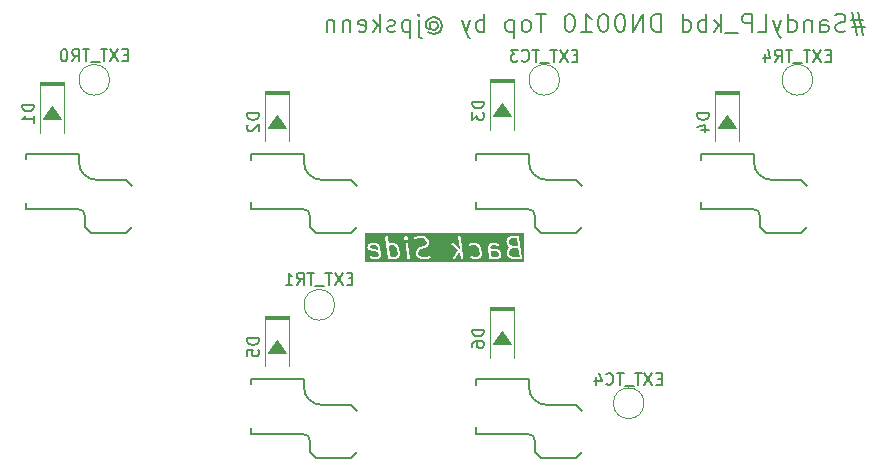
<source format=gbo>
G04 #@! TF.GenerationSoftware,KiCad,Pcbnew,8.0.5*
G04 #@! TF.CreationDate,2024-09-18T06:53:56+09:00*
G04 #@! TF.ProjectId,SandyLP_Top,53616e64-794c-4505-9f54-6f702e6b6963,v.0*
G04 #@! TF.SameCoordinates,Original*
G04 #@! TF.FileFunction,Legend,Bot*
G04 #@! TF.FilePolarity,Positive*
%FSLAX46Y46*%
G04 Gerber Fmt 4.6, Leading zero omitted, Abs format (unit mm)*
G04 Created by KiCad (PCBNEW 8.0.5) date 2024-09-18 06:53:56*
%MOMM*%
%LPD*%
G01*
G04 APERTURE LIST*
%ADD10C,0.200000*%
%ADD11C,0.150000*%
%ADD12C,0.120000*%
%ADD13C,3.000000*%
%ADD14C,5.000000*%
%ADD15C,1.600000*%
%ADD16R,2.600000X2.600000*%
%ADD17C,0.800000*%
%ADD18R,1.625000X3.600000*%
%ADD19C,3.600000*%
%ADD20C,4.400000*%
%ADD21R,1.200000X0.900000*%
%ADD22C,2.000000*%
G04 APERTURE END LIST*
D10*
G36*
X152125390Y-55364385D02*
G01*
X152205246Y-55492155D01*
X152228243Y-55676130D01*
X151556266Y-55545012D01*
X151546878Y-55469905D01*
X151589255Y-55356899D01*
X151694595Y-55300719D01*
X151990098Y-55300719D01*
X152125390Y-55364385D01*
G37*
G36*
X153681807Y-55370767D02*
G01*
X153756698Y-55437336D01*
X153844531Y-55577869D01*
X153903025Y-56045818D01*
X153853779Y-56177137D01*
X153802816Y-56235382D01*
X153680309Y-56300719D01*
X153384805Y-56300719D01*
X153272707Y-56247966D01*
X153159498Y-55342293D01*
X153237451Y-55300719D01*
X153532955Y-55300719D01*
X153681807Y-55370767D01*
G37*
G36*
X161805586Y-55805487D02*
G01*
X161824056Y-55812056D01*
X161826447Y-55812168D01*
X161828657Y-55813084D01*
X161848166Y-55815005D01*
X162254384Y-55815005D01*
X162389675Y-55878671D01*
X162469531Y-56006440D01*
X162485168Y-56131533D01*
X162442790Y-56244538D01*
X162337452Y-56300719D01*
X161956234Y-56300719D01*
X161844136Y-56247966D01*
X161787778Y-55797107D01*
X161805586Y-55805487D01*
G37*
G36*
X164220602Y-56300719D02*
G01*
X163670519Y-56300719D01*
X163521668Y-56230671D01*
X163446776Y-56164100D01*
X163358943Y-56023568D01*
X163332592Y-55812762D01*
X163381837Y-55681444D01*
X163427432Y-55629335D01*
X163632919Y-55557862D01*
X164127744Y-55557862D01*
X164220602Y-56300719D01*
G37*
G36*
X164102744Y-55357862D02*
G01*
X163638377Y-55357862D01*
X163489523Y-55287812D01*
X163414633Y-55221243D01*
X163326800Y-55080711D01*
X163311163Y-54955619D01*
X163360408Y-54824301D01*
X163411372Y-54766055D01*
X163533880Y-54700719D01*
X164020602Y-54700719D01*
X164102744Y-55357862D01*
G37*
G36*
X164633621Y-56700719D02*
G01*
X151144854Y-56700719D01*
X151144854Y-55450669D01*
X151344854Y-55450669D01*
X151345367Y-55470265D01*
X151366795Y-55641693D01*
X151371121Y-55660813D01*
X151373014Y-55664142D01*
X151373775Y-55667895D01*
X151382598Y-55680996D01*
X151390409Y-55694731D01*
X151393432Y-55697082D01*
X151395571Y-55700258D01*
X151408735Y-55708985D01*
X151421208Y-55718686D01*
X151424900Y-55719701D01*
X151428092Y-55721817D01*
X151446872Y-55727439D01*
X152254351Y-55884996D01*
X152285168Y-56131532D01*
X152242790Y-56244538D01*
X152137452Y-56300719D01*
X151841948Y-56300719D01*
X151680032Y-56224523D01*
X151661561Y-56217954D01*
X151622587Y-56216116D01*
X151585875Y-56229332D01*
X151557015Y-56255591D01*
X151540401Y-56290896D01*
X151538563Y-56329870D01*
X151551779Y-56366582D01*
X151578038Y-56395442D01*
X151594872Y-56405487D01*
X151777015Y-56491201D01*
X151795485Y-56497770D01*
X151797876Y-56497882D01*
X151800086Y-56498798D01*
X151819595Y-56500719D01*
X152162452Y-56500719D01*
X152181961Y-56498798D01*
X152186501Y-56496917D01*
X152191393Y-56496440D01*
X152209511Y-56488954D01*
X152370224Y-56403241D01*
X152379127Y-56397303D01*
X152381512Y-56396220D01*
X152382766Y-56394877D01*
X152386534Y-56392365D01*
X152396945Y-56379702D01*
X152408150Y-56367710D01*
X152410150Y-56363641D01*
X152411314Y-56362226D01*
X152412074Y-56359726D01*
X152416799Y-56350117D01*
X152481085Y-56178689D01*
X152486136Y-56159747D01*
X152485980Y-56155177D01*
X152487193Y-56150769D01*
X152486680Y-56131172D01*
X152400966Y-55445459D01*
X152396640Y-55426338D01*
X152395596Y-55424502D01*
X152395248Y-55422424D01*
X152386538Y-55404862D01*
X152279395Y-55233433D01*
X152267426Y-55217908D01*
X152260082Y-55212671D01*
X152254009Y-55205996D01*
X152237174Y-55195951D01*
X152055032Y-55110237D01*
X152036561Y-55103668D01*
X152034170Y-55103555D01*
X152031961Y-55102640D01*
X152012452Y-55100719D01*
X151669595Y-55100719D01*
X151650086Y-55102640D01*
X151645545Y-55104520D01*
X151640654Y-55104998D01*
X151622536Y-55112484D01*
X151461821Y-55198198D01*
X151452914Y-55204136D01*
X151450534Y-55205219D01*
X151449281Y-55206559D01*
X151445512Y-55209073D01*
X151435090Y-55221747D01*
X151423896Y-55233729D01*
X151421898Y-55237792D01*
X151420731Y-55239212D01*
X151419968Y-55241717D01*
X151415247Y-55251321D01*
X151350962Y-55422750D01*
X151345911Y-55441691D01*
X151346066Y-55446260D01*
X151344854Y-55450669D01*
X151144854Y-55450669D01*
X151144854Y-54593526D01*
X152866282Y-54593526D01*
X152866795Y-54613122D01*
X153091795Y-56413122D01*
X153096121Y-56432243D01*
X153115409Y-56466160D01*
X153146208Y-56490115D01*
X153183830Y-56500460D01*
X153222547Y-56495621D01*
X153256464Y-56476333D01*
X153264988Y-56465373D01*
X153319871Y-56491201D01*
X153338341Y-56497769D01*
X153340729Y-56497881D01*
X153342942Y-56498798D01*
X153362451Y-56500719D01*
X153705309Y-56500719D01*
X153724818Y-56498798D01*
X153729358Y-56496917D01*
X153734250Y-56496440D01*
X153752368Y-56488954D01*
X153913081Y-56403241D01*
X153925217Y-56395148D01*
X153926989Y-56394272D01*
X153928111Y-56393218D01*
X153929391Y-56392365D01*
X153930644Y-56390839D01*
X153941281Y-56380855D01*
X154016281Y-56295140D01*
X154024609Y-56283490D01*
X154026007Y-56281995D01*
X154026729Y-56280524D01*
X154027682Y-56279193D01*
X154028337Y-56277254D01*
X154034656Y-56264403D01*
X154098942Y-56092975D01*
X154103993Y-56074034D01*
X154103837Y-56069463D01*
X154105050Y-56065055D01*
X154104537Y-56045458D01*
X154040251Y-55531172D01*
X154035925Y-55512052D01*
X154034881Y-55510216D01*
X154034533Y-55508138D01*
X154025823Y-55490576D01*
X153918680Y-55319147D01*
X153914643Y-55313911D01*
X153913621Y-55311802D01*
X153909981Y-55307863D01*
X153906711Y-55303622D01*
X153904804Y-55302262D01*
X153900316Y-55297406D01*
X153803887Y-55211692D01*
X153798456Y-55207744D01*
X153796865Y-55205996D01*
X153792311Y-55203279D01*
X153788030Y-55200167D01*
X153785799Y-55199393D01*
X153780031Y-55195951D01*
X153774878Y-55193526D01*
X154569853Y-55193526D01*
X154570366Y-55213122D01*
X154720366Y-56413123D01*
X154724692Y-56432243D01*
X154743980Y-56466160D01*
X154774779Y-56490115D01*
X154812401Y-56500461D01*
X154851118Y-56495621D01*
X154885035Y-56476333D01*
X154908990Y-56445534D01*
X154919335Y-56407912D01*
X154918822Y-56388316D01*
X154768822Y-55188316D01*
X154764496Y-55169195D01*
X154745208Y-55135278D01*
X154714409Y-55111323D01*
X154676787Y-55100978D01*
X154638070Y-55105817D01*
X154604153Y-55125105D01*
X154580198Y-55155904D01*
X154569853Y-55193526D01*
X153774878Y-55193526D01*
X153597889Y-55110237D01*
X153579419Y-55103668D01*
X153577027Y-55103555D01*
X153574818Y-55102640D01*
X153555309Y-55100719D01*
X153212451Y-55100719D01*
X153192942Y-55102640D01*
X153188401Y-55104520D01*
X153183510Y-55104998D01*
X153165392Y-55112484D01*
X153132935Y-55129793D01*
X153075898Y-54673491D01*
X154420435Y-54673491D01*
X154421706Y-54692569D01*
X154422830Y-54711668D01*
X154423003Y-54712025D01*
X154423030Y-54712423D01*
X154431528Y-54729608D01*
X154439853Y-54746777D01*
X154440209Y-54747163D01*
X154440326Y-54747398D01*
X154440853Y-54747859D01*
X154453158Y-54761174D01*
X154549587Y-54846888D01*
X154565444Y-54858413D01*
X154565818Y-54858542D01*
X154566119Y-54858806D01*
X154568896Y-54859745D01*
X154571208Y-54861543D01*
X154586914Y-54865861D01*
X154602307Y-54871202D01*
X154602704Y-54871178D01*
X154603081Y-54871306D01*
X154606004Y-54871111D01*
X154608830Y-54871888D01*
X154625005Y-54869866D01*
X154641258Y-54868910D01*
X154641613Y-54868737D01*
X154642013Y-54868711D01*
X154644638Y-54867412D01*
X154647547Y-54867049D01*
X154661716Y-54858990D01*
X154676367Y-54851888D01*
X154676630Y-54851591D01*
X154676988Y-54851415D01*
X154679983Y-54848602D01*
X154681464Y-54847761D01*
X154683042Y-54845731D01*
X154691281Y-54837998D01*
X154766280Y-54752284D01*
X154776834Y-54737522D01*
X154777289Y-54737011D01*
X154777372Y-54736769D01*
X154777682Y-54736337D01*
X154783828Y-54718162D01*
X154790051Y-54700228D01*
X155277694Y-54700228D01*
X155290512Y-54737080D01*
X155316458Y-54766222D01*
X155351580Y-54783217D01*
X155390533Y-54785477D01*
X155409590Y-54780883D01*
X155640062Y-54700719D01*
X156029384Y-54700719D01*
X156178236Y-54770767D01*
X156253127Y-54837336D01*
X156340960Y-54977869D01*
X156356596Y-55102961D01*
X156307352Y-55234279D01*
X156256386Y-55292524D01*
X156122345Y-55364014D01*
X155801750Y-55446748D01*
X155799061Y-55447731D01*
X155797797Y-55447855D01*
X155790634Y-55450814D01*
X155783340Y-55453483D01*
X155782323Y-55454248D01*
X155779679Y-55455341D01*
X155618964Y-55541055D01*
X155606829Y-55549146D01*
X155605057Y-55550023D01*
X155603934Y-55551076D01*
X155602655Y-55551930D01*
X155601400Y-55553455D01*
X155590765Y-55563440D01*
X155515765Y-55649155D01*
X155507433Y-55660808D01*
X155506039Y-55662301D01*
X155505317Y-55663767D01*
X155504364Y-55665102D01*
X155503707Y-55667043D01*
X155497390Y-55679893D01*
X155433105Y-55851321D01*
X155428054Y-55870262D01*
X155428209Y-55874830D01*
X155426997Y-55879239D01*
X155427510Y-55898836D01*
X155448938Y-56070265D01*
X155453264Y-56089385D01*
X155454306Y-56091218D01*
X155454655Y-56093300D01*
X155463366Y-56110862D01*
X155570509Y-56282290D01*
X155574546Y-56287526D01*
X155575568Y-56289634D01*
X155579205Y-56293570D01*
X155582478Y-56297815D01*
X155584383Y-56299174D01*
X155588872Y-56304031D01*
X155685302Y-56389746D01*
X155690732Y-56393693D01*
X155692324Y-56395442D01*
X155696877Y-56398158D01*
X155701159Y-56401271D01*
X155703389Y-56402044D01*
X155709158Y-56405487D01*
X155891300Y-56491201D01*
X155909770Y-56497769D01*
X155912158Y-56497881D01*
X155914371Y-56498798D01*
X155933880Y-56500719D01*
X156362452Y-56500719D01*
X156373675Y-56499613D01*
X156376247Y-56499763D01*
X156379068Y-56499082D01*
X156381961Y-56498798D01*
X156384342Y-56497811D01*
X156395304Y-56495169D01*
X156641732Y-56409455D01*
X156659527Y-56401231D01*
X156688669Y-56375286D01*
X156705663Y-56340163D01*
X156707924Y-56301210D01*
X156695106Y-56264358D01*
X156669160Y-56235216D01*
X156634038Y-56218221D01*
X156595085Y-56215961D01*
X156576028Y-56220555D01*
X156345556Y-56300719D01*
X155956234Y-56300719D01*
X155807383Y-56230671D01*
X155732489Y-56164098D01*
X155644657Y-56023568D01*
X155629021Y-55898476D01*
X155678265Y-55767158D01*
X155729229Y-55708912D01*
X155863273Y-55637424D01*
X156183868Y-55554690D01*
X156186556Y-55553706D01*
X156187821Y-55553583D01*
X156194983Y-55550623D01*
X156202278Y-55547955D01*
X156203295Y-55547189D01*
X156205939Y-55546097D01*
X156366654Y-55460382D01*
X156378784Y-55452293D01*
X156380560Y-55451415D01*
X156381685Y-55450358D01*
X156382964Y-55449506D01*
X156384216Y-55447982D01*
X156394853Y-55437998D01*
X156469852Y-55352284D01*
X156478186Y-55340627D01*
X156479579Y-55339137D01*
X156480298Y-55337673D01*
X156481254Y-55336337D01*
X156481911Y-55334392D01*
X156488228Y-55321545D01*
X156538681Y-55187003D01*
X158427683Y-55187003D01*
X158429974Y-55225954D01*
X158446997Y-55261063D01*
X158460302Y-55275460D01*
X158975744Y-55733630D01*
X158591938Y-56347719D01*
X158583227Y-56365281D01*
X158576784Y-56403763D01*
X158585558Y-56441782D01*
X158608213Y-56473550D01*
X158641300Y-56494230D01*
X158679782Y-56500673D01*
X158717801Y-56491899D01*
X158749569Y-56469244D01*
X158761538Y-56453719D01*
X159127361Y-55868401D01*
X159203605Y-55936173D01*
X159263224Y-56413122D01*
X159267550Y-56432243D01*
X159286838Y-56466160D01*
X159317637Y-56490115D01*
X159355259Y-56500460D01*
X159393976Y-56495621D01*
X159427893Y-56476333D01*
X159451848Y-56445534D01*
X159462193Y-56407912D01*
X159461680Y-56388316D01*
X159322708Y-55276540D01*
X159895086Y-55276540D01*
X159898874Y-55315374D01*
X159917235Y-55349802D01*
X159947374Y-55374582D01*
X159984702Y-55385942D01*
X160023536Y-55382154D01*
X160041654Y-55374668D01*
X160180309Y-55300719D01*
X160475813Y-55300719D01*
X160624665Y-55370767D01*
X160699556Y-55437336D01*
X160787389Y-55577869D01*
X160845883Y-56045818D01*
X160796637Y-56177137D01*
X160745674Y-56235382D01*
X160623167Y-56300719D01*
X160327663Y-56300719D01*
X160165747Y-56224523D01*
X160147277Y-56217954D01*
X160108302Y-56216116D01*
X160071590Y-56229332D01*
X160042730Y-56255591D01*
X160026116Y-56290895D01*
X160024278Y-56329870D01*
X160037494Y-56366582D01*
X160063753Y-56395442D01*
X160080587Y-56405487D01*
X160262729Y-56491201D01*
X160281199Y-56497769D01*
X160283587Y-56497881D01*
X160285800Y-56498798D01*
X160305309Y-56500719D01*
X160648167Y-56500719D01*
X160667676Y-56498798D01*
X160672216Y-56496917D01*
X160677108Y-56496440D01*
X160695226Y-56488954D01*
X160855939Y-56403241D01*
X160868075Y-56395148D01*
X160869847Y-56394272D01*
X160870969Y-56393218D01*
X160872249Y-56392365D01*
X160873502Y-56390839D01*
X160884139Y-56380855D01*
X160959139Y-56295140D01*
X160967467Y-56283490D01*
X160968865Y-56281995D01*
X160969587Y-56280524D01*
X160970540Y-56279193D01*
X160971195Y-56277254D01*
X160977514Y-56264403D01*
X161041800Y-56092975D01*
X161046851Y-56074034D01*
X161046695Y-56069463D01*
X161047908Y-56065055D01*
X161047395Y-56045458D01*
X160983109Y-55531172D01*
X160978783Y-55512052D01*
X160977739Y-55510216D01*
X160977391Y-55508138D01*
X160968681Y-55490576D01*
X160943739Y-55450669D01*
X161544854Y-55450669D01*
X161545367Y-55470265D01*
X161663224Y-56413123D01*
X161667550Y-56432243D01*
X161686838Y-56466161D01*
X161717637Y-56490115D01*
X161755259Y-56500461D01*
X161793976Y-56495621D01*
X161827893Y-56476333D01*
X161836417Y-56465373D01*
X161891300Y-56491201D01*
X161909770Y-56497769D01*
X161912158Y-56497881D01*
X161914371Y-56498798D01*
X161933880Y-56500719D01*
X162362452Y-56500719D01*
X162381961Y-56498798D01*
X162386501Y-56496917D01*
X162391393Y-56496440D01*
X162409511Y-56488954D01*
X162570224Y-56403241D01*
X162579127Y-56397303D01*
X162581512Y-56396220D01*
X162582766Y-56394877D01*
X162586534Y-56392365D01*
X162596945Y-56379702D01*
X162608150Y-56367710D01*
X162610150Y-56363641D01*
X162611314Y-56362226D01*
X162612074Y-56359726D01*
X162616799Y-56350117D01*
X162681085Y-56178689D01*
X162686136Y-56159747D01*
X162685980Y-56155177D01*
X162687193Y-56150769D01*
X162686680Y-56131172D01*
X162665251Y-55959743D01*
X162660925Y-55940623D01*
X162659881Y-55938787D01*
X162659533Y-55936708D01*
X162650823Y-55919147D01*
X162543680Y-55747719D01*
X162531711Y-55732193D01*
X162524365Y-55726954D01*
X162518294Y-55720282D01*
X162501460Y-55710237D01*
X162319318Y-55624523D01*
X162300848Y-55617954D01*
X162298456Y-55617841D01*
X162296247Y-55616926D01*
X162276738Y-55615005D01*
X161870520Y-55615005D01*
X161758422Y-55562252D01*
X161746878Y-55469905D01*
X161789255Y-55356899D01*
X161894595Y-55300719D01*
X162190098Y-55300719D01*
X162352015Y-55376915D01*
X162370485Y-55383484D01*
X162409460Y-55385322D01*
X162446172Y-55372106D01*
X162475032Y-55345847D01*
X162491645Y-55310542D01*
X162493484Y-55271568D01*
X162480268Y-55234856D01*
X162454009Y-55205996D01*
X162437174Y-55195951D01*
X162255032Y-55110237D01*
X162236561Y-55103668D01*
X162234170Y-55103555D01*
X162231961Y-55102640D01*
X162212452Y-55100719D01*
X161869595Y-55100719D01*
X161850086Y-55102640D01*
X161845545Y-55104520D01*
X161840654Y-55104998D01*
X161822536Y-55112484D01*
X161661821Y-55198198D01*
X161652914Y-55204136D01*
X161650534Y-55205219D01*
X161649281Y-55206559D01*
X161645512Y-55209073D01*
X161635090Y-55221747D01*
X161623896Y-55233729D01*
X161621898Y-55237792D01*
X161620731Y-55239212D01*
X161619968Y-55241717D01*
X161615247Y-55251321D01*
X161550962Y-55422750D01*
X161545911Y-55441691D01*
X161546066Y-55446260D01*
X161544854Y-55450669D01*
X160943739Y-55450669D01*
X160861538Y-55319147D01*
X160857501Y-55313911D01*
X160856479Y-55311802D01*
X160852839Y-55307863D01*
X160849569Y-55303622D01*
X160847662Y-55302262D01*
X160843174Y-55297406D01*
X160746745Y-55211692D01*
X160741314Y-55207744D01*
X160739723Y-55205996D01*
X160735169Y-55203279D01*
X160730888Y-55200167D01*
X160728657Y-55199393D01*
X160722889Y-55195951D01*
X160540747Y-55110237D01*
X160522277Y-55103668D01*
X160519885Y-55103555D01*
X160517676Y-55102640D01*
X160498167Y-55100719D01*
X160155309Y-55100719D01*
X160135800Y-55102640D01*
X160131259Y-55104520D01*
X160126368Y-55104998D01*
X160108250Y-55112484D01*
X159947536Y-55198198D01*
X159931226Y-55209073D01*
X159906446Y-55239212D01*
X159895086Y-55276540D01*
X159322708Y-55276540D01*
X159280188Y-54936383D01*
X163109139Y-54936383D01*
X163109652Y-54955980D01*
X163131081Y-55127409D01*
X163135407Y-55146529D01*
X163136449Y-55148362D01*
X163136798Y-55150443D01*
X163145509Y-55168005D01*
X163252652Y-55339433D01*
X163256689Y-55344669D01*
X163257711Y-55346777D01*
X163261347Y-55350712D01*
X163264621Y-55354958D01*
X163266528Y-55356318D01*
X163271016Y-55361174D01*
X163360618Y-55440821D01*
X163336743Y-55449126D01*
X163318948Y-55457350D01*
X163314257Y-55461526D01*
X163308630Y-55464309D01*
X163294337Y-55477726D01*
X163219337Y-55563439D01*
X163211002Y-55575096D01*
X163209611Y-55576586D01*
X163208891Y-55578049D01*
X163207936Y-55579386D01*
X163207278Y-55581330D01*
X163200962Y-55594178D01*
X163136676Y-55765607D01*
X163131625Y-55784548D01*
X163131780Y-55789117D01*
X163130568Y-55793526D01*
X163131081Y-55813123D01*
X163163224Y-56070265D01*
X163167550Y-56089385D01*
X163168592Y-56091218D01*
X163168941Y-56093300D01*
X163177652Y-56110862D01*
X163284795Y-56282290D01*
X163288829Y-56287523D01*
X163289853Y-56289634D01*
X163293494Y-56293573D01*
X163296764Y-56297815D01*
X163298670Y-56299174D01*
X163303158Y-56304030D01*
X163399586Y-56389745D01*
X163405017Y-56393693D01*
X163406609Y-56395442D01*
X163411158Y-56398156D01*
X163415443Y-56401271D01*
X163417675Y-56402045D01*
X163423443Y-56405487D01*
X163605586Y-56491201D01*
X163624056Y-56497770D01*
X163626447Y-56497882D01*
X163628657Y-56498798D01*
X163648166Y-56500719D01*
X164333880Y-56500719D01*
X164353389Y-56498798D01*
X164359181Y-56496398D01*
X164365404Y-56495621D01*
X164377057Y-56488994D01*
X164389437Y-56483866D01*
X164393870Y-56479432D01*
X164399321Y-56476333D01*
X164407549Y-56465753D01*
X164417027Y-56456276D01*
X164419426Y-56450483D01*
X164423276Y-56445534D01*
X164426829Y-56432612D01*
X164431959Y-56420228D01*
X164431959Y-56413956D01*
X164433621Y-56407912D01*
X164433108Y-56388316D01*
X164208108Y-54588316D01*
X164206959Y-54583237D01*
X164206959Y-54581210D01*
X164205948Y-54578769D01*
X164203782Y-54569195D01*
X164197155Y-54557541D01*
X164192027Y-54545162D01*
X164187593Y-54540728D01*
X164184494Y-54535278D01*
X164173914Y-54527049D01*
X164164437Y-54517572D01*
X164158644Y-54515172D01*
X164153695Y-54511323D01*
X164140773Y-54507769D01*
X164128389Y-54502640D01*
X164118618Y-54501677D01*
X164116073Y-54500978D01*
X164114062Y-54501229D01*
X164108880Y-54500719D01*
X163508880Y-54500719D01*
X163489371Y-54502640D01*
X163484830Y-54504520D01*
X163479939Y-54504998D01*
X163461821Y-54512484D01*
X163301107Y-54598198D01*
X163288966Y-54606292D01*
X163287201Y-54607166D01*
X163286082Y-54608215D01*
X163284797Y-54609073D01*
X163283537Y-54610605D01*
X163272908Y-54620583D01*
X163197908Y-54706296D01*
X163189573Y-54717953D01*
X163188182Y-54719443D01*
X163187462Y-54720906D01*
X163186507Y-54722243D01*
X163185849Y-54724187D01*
X163179533Y-54737035D01*
X163115247Y-54908464D01*
X163110196Y-54927405D01*
X163110351Y-54931974D01*
X163109139Y-54936383D01*
X159280188Y-54936383D01*
X159236680Y-54588316D01*
X159232354Y-54569195D01*
X159213066Y-54535278D01*
X159182267Y-54511323D01*
X159144645Y-54500978D01*
X159105928Y-54505817D01*
X159072011Y-54525105D01*
X159048056Y-54555904D01*
X159037711Y-54593526D01*
X159038224Y-54613122D01*
X159165975Y-55635134D01*
X158593174Y-55125978D01*
X158577317Y-55114453D01*
X158540454Y-55101664D01*
X158501503Y-55103955D01*
X158466394Y-55120978D01*
X158440472Y-55150140D01*
X158427683Y-55187003D01*
X156538681Y-55187003D01*
X156552513Y-55150117D01*
X156557564Y-55131176D01*
X156557408Y-55126606D01*
X156558621Y-55122198D01*
X156558108Y-55102602D01*
X156536680Y-54931173D01*
X156532354Y-54912053D01*
X156531310Y-54910217D01*
X156530962Y-54908138D01*
X156522252Y-54890576D01*
X156415109Y-54719147D01*
X156411072Y-54713911D01*
X156410050Y-54711802D01*
X156406410Y-54707863D01*
X156403140Y-54703622D01*
X156401233Y-54702262D01*
X156396745Y-54697406D01*
X156300316Y-54611692D01*
X156294885Y-54607744D01*
X156293294Y-54605996D01*
X156288740Y-54603279D01*
X156284459Y-54600167D01*
X156282228Y-54599393D01*
X156276460Y-54595951D01*
X156094318Y-54510237D01*
X156075848Y-54503668D01*
X156073456Y-54503555D01*
X156071247Y-54502640D01*
X156051738Y-54500719D01*
X155623166Y-54500719D01*
X155611942Y-54501824D01*
X155609371Y-54501675D01*
X155606549Y-54502355D01*
X155603657Y-54502640D01*
X155601275Y-54503626D01*
X155590314Y-54506269D01*
X155343886Y-54591983D01*
X155326091Y-54600207D01*
X155296949Y-54626153D01*
X155279954Y-54661275D01*
X155277694Y-54700228D01*
X154790051Y-54700228D01*
X154790078Y-54700149D01*
X154790054Y-54699751D01*
X154790182Y-54699375D01*
X154788909Y-54680293D01*
X154787786Y-54661198D01*
X154787612Y-54660840D01*
X154787586Y-54660443D01*
X154779125Y-54643335D01*
X154770764Y-54626088D01*
X154770403Y-54625698D01*
X154770290Y-54625468D01*
X154769772Y-54625015D01*
X154757459Y-54611692D01*
X154661030Y-54525978D01*
X154645173Y-54514453D01*
X154644795Y-54514321D01*
X154644497Y-54514061D01*
X154641722Y-54513122D01*
X154639409Y-54511323D01*
X154623702Y-54507004D01*
X154608310Y-54501664D01*
X154607912Y-54501687D01*
X154607536Y-54501560D01*
X154604612Y-54501754D01*
X154601787Y-54500978D01*
X154585620Y-54502998D01*
X154569359Y-54503955D01*
X154568998Y-54504129D01*
X154568604Y-54504156D01*
X154565980Y-54505453D01*
X154563070Y-54505817D01*
X154548905Y-54513872D01*
X154534250Y-54520978D01*
X154533985Y-54521275D01*
X154533629Y-54521452D01*
X154530635Y-54524261D01*
X154529153Y-54525105D01*
X154527571Y-54527137D01*
X154519336Y-54534869D01*
X154444336Y-54620582D01*
X154433785Y-54635339D01*
X154433328Y-54635854D01*
X154433243Y-54636097D01*
X154432935Y-54636529D01*
X154426795Y-54654683D01*
X154420539Y-54672717D01*
X154420562Y-54673114D01*
X154420435Y-54673491D01*
X153075898Y-54673491D01*
X153065251Y-54588316D01*
X153060925Y-54569195D01*
X153041637Y-54535278D01*
X153010838Y-54511323D01*
X152973216Y-54500978D01*
X152934499Y-54505817D01*
X152900582Y-54525105D01*
X152876627Y-54555904D01*
X152866282Y-54593526D01*
X151144854Y-54593526D01*
X151144854Y-54300719D01*
X164633621Y-54300719D01*
X164633621Y-56700719D01*
G37*
D11*
X193314661Y-36214533D02*
X192243233Y-36214533D01*
X192886090Y-35571676D02*
X193314661Y-37500247D01*
X192386090Y-36857390D02*
X193457518Y-36857390D01*
X192814661Y-37500247D02*
X192386090Y-35571676D01*
X191814661Y-37143105D02*
X191600376Y-37214533D01*
X191600376Y-37214533D02*
X191243233Y-37214533D01*
X191243233Y-37214533D02*
X191100376Y-37143105D01*
X191100376Y-37143105D02*
X191028947Y-37071676D01*
X191028947Y-37071676D02*
X190957518Y-36928819D01*
X190957518Y-36928819D02*
X190957518Y-36785962D01*
X190957518Y-36785962D02*
X191028947Y-36643105D01*
X191028947Y-36643105D02*
X191100376Y-36571676D01*
X191100376Y-36571676D02*
X191243233Y-36500247D01*
X191243233Y-36500247D02*
X191528947Y-36428819D01*
X191528947Y-36428819D02*
X191671804Y-36357390D01*
X191671804Y-36357390D02*
X191743233Y-36285962D01*
X191743233Y-36285962D02*
X191814661Y-36143105D01*
X191814661Y-36143105D02*
X191814661Y-36000247D01*
X191814661Y-36000247D02*
X191743233Y-35857390D01*
X191743233Y-35857390D02*
X191671804Y-35785962D01*
X191671804Y-35785962D02*
X191528947Y-35714533D01*
X191528947Y-35714533D02*
X191171804Y-35714533D01*
X191171804Y-35714533D02*
X190957518Y-35785962D01*
X189671805Y-37214533D02*
X189671805Y-36428819D01*
X189671805Y-36428819D02*
X189743233Y-36285962D01*
X189743233Y-36285962D02*
X189886090Y-36214533D01*
X189886090Y-36214533D02*
X190171805Y-36214533D01*
X190171805Y-36214533D02*
X190314662Y-36285962D01*
X189671805Y-37143105D02*
X189814662Y-37214533D01*
X189814662Y-37214533D02*
X190171805Y-37214533D01*
X190171805Y-37214533D02*
X190314662Y-37143105D01*
X190314662Y-37143105D02*
X190386090Y-37000247D01*
X190386090Y-37000247D02*
X190386090Y-36857390D01*
X190386090Y-36857390D02*
X190314662Y-36714533D01*
X190314662Y-36714533D02*
X190171805Y-36643105D01*
X190171805Y-36643105D02*
X189814662Y-36643105D01*
X189814662Y-36643105D02*
X189671805Y-36571676D01*
X188957519Y-36214533D02*
X188957519Y-37214533D01*
X188957519Y-36357390D02*
X188886090Y-36285962D01*
X188886090Y-36285962D02*
X188743233Y-36214533D01*
X188743233Y-36214533D02*
X188528947Y-36214533D01*
X188528947Y-36214533D02*
X188386090Y-36285962D01*
X188386090Y-36285962D02*
X188314662Y-36428819D01*
X188314662Y-36428819D02*
X188314662Y-37214533D01*
X186957519Y-37214533D02*
X186957519Y-35714533D01*
X186957519Y-37143105D02*
X187100376Y-37214533D01*
X187100376Y-37214533D02*
X187386090Y-37214533D01*
X187386090Y-37214533D02*
X187528947Y-37143105D01*
X187528947Y-37143105D02*
X187600376Y-37071676D01*
X187600376Y-37071676D02*
X187671804Y-36928819D01*
X187671804Y-36928819D02*
X187671804Y-36500247D01*
X187671804Y-36500247D02*
X187600376Y-36357390D01*
X187600376Y-36357390D02*
X187528947Y-36285962D01*
X187528947Y-36285962D02*
X187386090Y-36214533D01*
X187386090Y-36214533D02*
X187100376Y-36214533D01*
X187100376Y-36214533D02*
X186957519Y-36285962D01*
X186386090Y-36214533D02*
X186028947Y-37214533D01*
X185671804Y-36214533D02*
X186028947Y-37214533D01*
X186028947Y-37214533D02*
X186171804Y-37571676D01*
X186171804Y-37571676D02*
X186243233Y-37643105D01*
X186243233Y-37643105D02*
X186386090Y-37714533D01*
X184386090Y-37214533D02*
X185100376Y-37214533D01*
X185100376Y-37214533D02*
X185100376Y-35714533D01*
X183886090Y-37214533D02*
X183886090Y-35714533D01*
X183886090Y-35714533D02*
X183314661Y-35714533D01*
X183314661Y-35714533D02*
X183171804Y-35785962D01*
X183171804Y-35785962D02*
X183100375Y-35857390D01*
X183100375Y-35857390D02*
X183028947Y-36000247D01*
X183028947Y-36000247D02*
X183028947Y-36214533D01*
X183028947Y-36214533D02*
X183100375Y-36357390D01*
X183100375Y-36357390D02*
X183171804Y-36428819D01*
X183171804Y-36428819D02*
X183314661Y-36500247D01*
X183314661Y-36500247D02*
X183886090Y-36500247D01*
X182743233Y-37357390D02*
X181600375Y-37357390D01*
X181243233Y-37214533D02*
X181243233Y-35714533D01*
X181100376Y-36643105D02*
X180671804Y-37214533D01*
X180671804Y-36214533D02*
X181243233Y-36785962D01*
X180028947Y-37214533D02*
X180028947Y-35714533D01*
X180028947Y-36285962D02*
X179886090Y-36214533D01*
X179886090Y-36214533D02*
X179600375Y-36214533D01*
X179600375Y-36214533D02*
X179457518Y-36285962D01*
X179457518Y-36285962D02*
X179386090Y-36357390D01*
X179386090Y-36357390D02*
X179314661Y-36500247D01*
X179314661Y-36500247D02*
X179314661Y-36928819D01*
X179314661Y-36928819D02*
X179386090Y-37071676D01*
X179386090Y-37071676D02*
X179457518Y-37143105D01*
X179457518Y-37143105D02*
X179600375Y-37214533D01*
X179600375Y-37214533D02*
X179886090Y-37214533D01*
X179886090Y-37214533D02*
X180028947Y-37143105D01*
X178028947Y-37214533D02*
X178028947Y-35714533D01*
X178028947Y-37143105D02*
X178171804Y-37214533D01*
X178171804Y-37214533D02*
X178457518Y-37214533D01*
X178457518Y-37214533D02*
X178600375Y-37143105D01*
X178600375Y-37143105D02*
X178671804Y-37071676D01*
X178671804Y-37071676D02*
X178743232Y-36928819D01*
X178743232Y-36928819D02*
X178743232Y-36500247D01*
X178743232Y-36500247D02*
X178671804Y-36357390D01*
X178671804Y-36357390D02*
X178600375Y-36285962D01*
X178600375Y-36285962D02*
X178457518Y-36214533D01*
X178457518Y-36214533D02*
X178171804Y-36214533D01*
X178171804Y-36214533D02*
X178028947Y-36285962D01*
X176171804Y-37214533D02*
X176171804Y-35714533D01*
X176171804Y-35714533D02*
X175814661Y-35714533D01*
X175814661Y-35714533D02*
X175600375Y-35785962D01*
X175600375Y-35785962D02*
X175457518Y-35928819D01*
X175457518Y-35928819D02*
X175386089Y-36071676D01*
X175386089Y-36071676D02*
X175314661Y-36357390D01*
X175314661Y-36357390D02*
X175314661Y-36571676D01*
X175314661Y-36571676D02*
X175386089Y-36857390D01*
X175386089Y-36857390D02*
X175457518Y-37000247D01*
X175457518Y-37000247D02*
X175600375Y-37143105D01*
X175600375Y-37143105D02*
X175814661Y-37214533D01*
X175814661Y-37214533D02*
X176171804Y-37214533D01*
X174671804Y-37214533D02*
X174671804Y-35714533D01*
X174671804Y-35714533D02*
X173814661Y-37214533D01*
X173814661Y-37214533D02*
X173814661Y-35714533D01*
X172814660Y-35714533D02*
X172671803Y-35714533D01*
X172671803Y-35714533D02*
X172528946Y-35785962D01*
X172528946Y-35785962D02*
X172457518Y-35857390D01*
X172457518Y-35857390D02*
X172386089Y-36000247D01*
X172386089Y-36000247D02*
X172314660Y-36285962D01*
X172314660Y-36285962D02*
X172314660Y-36643105D01*
X172314660Y-36643105D02*
X172386089Y-36928819D01*
X172386089Y-36928819D02*
X172457518Y-37071676D01*
X172457518Y-37071676D02*
X172528946Y-37143105D01*
X172528946Y-37143105D02*
X172671803Y-37214533D01*
X172671803Y-37214533D02*
X172814660Y-37214533D01*
X172814660Y-37214533D02*
X172957518Y-37143105D01*
X172957518Y-37143105D02*
X173028946Y-37071676D01*
X173028946Y-37071676D02*
X173100375Y-36928819D01*
X173100375Y-36928819D02*
X173171803Y-36643105D01*
X173171803Y-36643105D02*
X173171803Y-36285962D01*
X173171803Y-36285962D02*
X173100375Y-36000247D01*
X173100375Y-36000247D02*
X173028946Y-35857390D01*
X173028946Y-35857390D02*
X172957518Y-35785962D01*
X172957518Y-35785962D02*
X172814660Y-35714533D01*
X171386089Y-35714533D02*
X171243232Y-35714533D01*
X171243232Y-35714533D02*
X171100375Y-35785962D01*
X171100375Y-35785962D02*
X171028947Y-35857390D01*
X171028947Y-35857390D02*
X170957518Y-36000247D01*
X170957518Y-36000247D02*
X170886089Y-36285962D01*
X170886089Y-36285962D02*
X170886089Y-36643105D01*
X170886089Y-36643105D02*
X170957518Y-36928819D01*
X170957518Y-36928819D02*
X171028947Y-37071676D01*
X171028947Y-37071676D02*
X171100375Y-37143105D01*
X171100375Y-37143105D02*
X171243232Y-37214533D01*
X171243232Y-37214533D02*
X171386089Y-37214533D01*
X171386089Y-37214533D02*
X171528947Y-37143105D01*
X171528947Y-37143105D02*
X171600375Y-37071676D01*
X171600375Y-37071676D02*
X171671804Y-36928819D01*
X171671804Y-36928819D02*
X171743232Y-36643105D01*
X171743232Y-36643105D02*
X171743232Y-36285962D01*
X171743232Y-36285962D02*
X171671804Y-36000247D01*
X171671804Y-36000247D02*
X171600375Y-35857390D01*
X171600375Y-35857390D02*
X171528947Y-35785962D01*
X171528947Y-35785962D02*
X171386089Y-35714533D01*
X169457518Y-37214533D02*
X170314661Y-37214533D01*
X169886090Y-37214533D02*
X169886090Y-35714533D01*
X169886090Y-35714533D02*
X170028947Y-35928819D01*
X170028947Y-35928819D02*
X170171804Y-36071676D01*
X170171804Y-36071676D02*
X170314661Y-36143105D01*
X168528947Y-35714533D02*
X168386090Y-35714533D01*
X168386090Y-35714533D02*
X168243233Y-35785962D01*
X168243233Y-35785962D02*
X168171805Y-35857390D01*
X168171805Y-35857390D02*
X168100376Y-36000247D01*
X168100376Y-36000247D02*
X168028947Y-36285962D01*
X168028947Y-36285962D02*
X168028947Y-36643105D01*
X168028947Y-36643105D02*
X168100376Y-36928819D01*
X168100376Y-36928819D02*
X168171805Y-37071676D01*
X168171805Y-37071676D02*
X168243233Y-37143105D01*
X168243233Y-37143105D02*
X168386090Y-37214533D01*
X168386090Y-37214533D02*
X168528947Y-37214533D01*
X168528947Y-37214533D02*
X168671805Y-37143105D01*
X168671805Y-37143105D02*
X168743233Y-37071676D01*
X168743233Y-37071676D02*
X168814662Y-36928819D01*
X168814662Y-36928819D02*
X168886090Y-36643105D01*
X168886090Y-36643105D02*
X168886090Y-36285962D01*
X168886090Y-36285962D02*
X168814662Y-36000247D01*
X168814662Y-36000247D02*
X168743233Y-35857390D01*
X168743233Y-35857390D02*
X168671805Y-35785962D01*
X168671805Y-35785962D02*
X168528947Y-35714533D01*
X166457519Y-35714533D02*
X165600377Y-35714533D01*
X166028948Y-37214533D02*
X166028948Y-35714533D01*
X164886091Y-37214533D02*
X165028948Y-37143105D01*
X165028948Y-37143105D02*
X165100377Y-37071676D01*
X165100377Y-37071676D02*
X165171805Y-36928819D01*
X165171805Y-36928819D02*
X165171805Y-36500247D01*
X165171805Y-36500247D02*
X165100377Y-36357390D01*
X165100377Y-36357390D02*
X165028948Y-36285962D01*
X165028948Y-36285962D02*
X164886091Y-36214533D01*
X164886091Y-36214533D02*
X164671805Y-36214533D01*
X164671805Y-36214533D02*
X164528948Y-36285962D01*
X164528948Y-36285962D02*
X164457520Y-36357390D01*
X164457520Y-36357390D02*
X164386091Y-36500247D01*
X164386091Y-36500247D02*
X164386091Y-36928819D01*
X164386091Y-36928819D02*
X164457520Y-37071676D01*
X164457520Y-37071676D02*
X164528948Y-37143105D01*
X164528948Y-37143105D02*
X164671805Y-37214533D01*
X164671805Y-37214533D02*
X164886091Y-37214533D01*
X163743234Y-36214533D02*
X163743234Y-37714533D01*
X163743234Y-36285962D02*
X163600377Y-36214533D01*
X163600377Y-36214533D02*
X163314662Y-36214533D01*
X163314662Y-36214533D02*
X163171805Y-36285962D01*
X163171805Y-36285962D02*
X163100377Y-36357390D01*
X163100377Y-36357390D02*
X163028948Y-36500247D01*
X163028948Y-36500247D02*
X163028948Y-36928819D01*
X163028948Y-36928819D02*
X163100377Y-37071676D01*
X163100377Y-37071676D02*
X163171805Y-37143105D01*
X163171805Y-37143105D02*
X163314662Y-37214533D01*
X163314662Y-37214533D02*
X163600377Y-37214533D01*
X163600377Y-37214533D02*
X163743234Y-37143105D01*
X161243234Y-37214533D02*
X161243234Y-35714533D01*
X161243234Y-36285962D02*
X161100377Y-36214533D01*
X161100377Y-36214533D02*
X160814662Y-36214533D01*
X160814662Y-36214533D02*
X160671805Y-36285962D01*
X160671805Y-36285962D02*
X160600377Y-36357390D01*
X160600377Y-36357390D02*
X160528948Y-36500247D01*
X160528948Y-36500247D02*
X160528948Y-36928819D01*
X160528948Y-36928819D02*
X160600377Y-37071676D01*
X160600377Y-37071676D02*
X160671805Y-37143105D01*
X160671805Y-37143105D02*
X160814662Y-37214533D01*
X160814662Y-37214533D02*
X161100377Y-37214533D01*
X161100377Y-37214533D02*
X161243234Y-37143105D01*
X160028948Y-36214533D02*
X159671805Y-37214533D01*
X159314662Y-36214533D02*
X159671805Y-37214533D01*
X159671805Y-37214533D02*
X159814662Y-37571676D01*
X159814662Y-37571676D02*
X159886091Y-37643105D01*
X159886091Y-37643105D02*
X160028948Y-37714533D01*
X156671805Y-36500247D02*
X156743234Y-36428819D01*
X156743234Y-36428819D02*
X156886091Y-36357390D01*
X156886091Y-36357390D02*
X157028948Y-36357390D01*
X157028948Y-36357390D02*
X157171805Y-36428819D01*
X157171805Y-36428819D02*
X157243234Y-36500247D01*
X157243234Y-36500247D02*
X157314662Y-36643105D01*
X157314662Y-36643105D02*
X157314662Y-36785962D01*
X157314662Y-36785962D02*
X157243234Y-36928819D01*
X157243234Y-36928819D02*
X157171805Y-37000247D01*
X157171805Y-37000247D02*
X157028948Y-37071676D01*
X157028948Y-37071676D02*
X156886091Y-37071676D01*
X156886091Y-37071676D02*
X156743234Y-37000247D01*
X156743234Y-37000247D02*
X156671805Y-36928819D01*
X156671805Y-36357390D02*
X156671805Y-36928819D01*
X156671805Y-36928819D02*
X156600377Y-37000247D01*
X156600377Y-37000247D02*
X156528948Y-37000247D01*
X156528948Y-37000247D02*
X156386091Y-36928819D01*
X156386091Y-36928819D02*
X156314662Y-36785962D01*
X156314662Y-36785962D02*
X156314662Y-36428819D01*
X156314662Y-36428819D02*
X156457520Y-36214533D01*
X156457520Y-36214533D02*
X156671805Y-36071676D01*
X156671805Y-36071676D02*
X156957520Y-36000247D01*
X156957520Y-36000247D02*
X157243234Y-36071676D01*
X157243234Y-36071676D02*
X157457520Y-36214533D01*
X157457520Y-36214533D02*
X157600377Y-36428819D01*
X157600377Y-36428819D02*
X157671805Y-36714533D01*
X157671805Y-36714533D02*
X157600377Y-37000247D01*
X157600377Y-37000247D02*
X157457520Y-37214533D01*
X157457520Y-37214533D02*
X157243234Y-37357390D01*
X157243234Y-37357390D02*
X156957520Y-37428819D01*
X156957520Y-37428819D02*
X156671805Y-37357390D01*
X156671805Y-37357390D02*
X156457520Y-37214533D01*
X155671806Y-36214533D02*
X155671806Y-37500247D01*
X155671806Y-37500247D02*
X155743234Y-37643105D01*
X155743234Y-37643105D02*
X155886091Y-37714533D01*
X155886091Y-37714533D02*
X155957520Y-37714533D01*
X155671806Y-35714533D02*
X155743234Y-35785962D01*
X155743234Y-35785962D02*
X155671806Y-35857390D01*
X155671806Y-35857390D02*
X155600377Y-35785962D01*
X155600377Y-35785962D02*
X155671806Y-35714533D01*
X155671806Y-35714533D02*
X155671806Y-35857390D01*
X154957520Y-36214533D02*
X154957520Y-37714533D01*
X154957520Y-36285962D02*
X154814663Y-36214533D01*
X154814663Y-36214533D02*
X154528948Y-36214533D01*
X154528948Y-36214533D02*
X154386091Y-36285962D01*
X154386091Y-36285962D02*
X154314663Y-36357390D01*
X154314663Y-36357390D02*
X154243234Y-36500247D01*
X154243234Y-36500247D02*
X154243234Y-36928819D01*
X154243234Y-36928819D02*
X154314663Y-37071676D01*
X154314663Y-37071676D02*
X154386091Y-37143105D01*
X154386091Y-37143105D02*
X154528948Y-37214533D01*
X154528948Y-37214533D02*
X154814663Y-37214533D01*
X154814663Y-37214533D02*
X154957520Y-37143105D01*
X153671805Y-37143105D02*
X153528948Y-37214533D01*
X153528948Y-37214533D02*
X153243234Y-37214533D01*
X153243234Y-37214533D02*
X153100377Y-37143105D01*
X153100377Y-37143105D02*
X153028948Y-37000247D01*
X153028948Y-37000247D02*
X153028948Y-36928819D01*
X153028948Y-36928819D02*
X153100377Y-36785962D01*
X153100377Y-36785962D02*
X153243234Y-36714533D01*
X153243234Y-36714533D02*
X153457520Y-36714533D01*
X153457520Y-36714533D02*
X153600377Y-36643105D01*
X153600377Y-36643105D02*
X153671805Y-36500247D01*
X153671805Y-36500247D02*
X153671805Y-36428819D01*
X153671805Y-36428819D02*
X153600377Y-36285962D01*
X153600377Y-36285962D02*
X153457520Y-36214533D01*
X153457520Y-36214533D02*
X153243234Y-36214533D01*
X153243234Y-36214533D02*
X153100377Y-36285962D01*
X152386091Y-37214533D02*
X152386091Y-35714533D01*
X152243234Y-36643105D02*
X151814662Y-37214533D01*
X151814662Y-36214533D02*
X152386091Y-36785962D01*
X150600376Y-37143105D02*
X150743233Y-37214533D01*
X150743233Y-37214533D02*
X151028948Y-37214533D01*
X151028948Y-37214533D02*
X151171805Y-37143105D01*
X151171805Y-37143105D02*
X151243233Y-37000247D01*
X151243233Y-37000247D02*
X151243233Y-36428819D01*
X151243233Y-36428819D02*
X151171805Y-36285962D01*
X151171805Y-36285962D02*
X151028948Y-36214533D01*
X151028948Y-36214533D02*
X150743233Y-36214533D01*
X150743233Y-36214533D02*
X150600376Y-36285962D01*
X150600376Y-36285962D02*
X150528948Y-36428819D01*
X150528948Y-36428819D02*
X150528948Y-36571676D01*
X150528948Y-36571676D02*
X151243233Y-36714533D01*
X149886091Y-36214533D02*
X149886091Y-37214533D01*
X149886091Y-36357390D02*
X149814662Y-36285962D01*
X149814662Y-36285962D02*
X149671805Y-36214533D01*
X149671805Y-36214533D02*
X149457519Y-36214533D01*
X149457519Y-36214533D02*
X149314662Y-36285962D01*
X149314662Y-36285962D02*
X149243234Y-36428819D01*
X149243234Y-36428819D02*
X149243234Y-37214533D01*
X148528948Y-36214533D02*
X148528948Y-37214533D01*
X148528948Y-36357390D02*
X148457519Y-36285962D01*
X148457519Y-36285962D02*
X148314662Y-36214533D01*
X148314662Y-36214533D02*
X148100376Y-36214533D01*
X148100376Y-36214533D02*
X147957519Y-36285962D01*
X147957519Y-36285962D02*
X147886091Y-36428819D01*
X147886091Y-36428819D02*
X147886091Y-37214533D01*
X142147629Y-63174685D02*
X141147629Y-63174685D01*
X141147629Y-63174685D02*
X141147629Y-63412780D01*
X141147629Y-63412780D02*
X141195248Y-63555637D01*
X141195248Y-63555637D02*
X141290486Y-63650875D01*
X141290486Y-63650875D02*
X141385724Y-63698494D01*
X141385724Y-63698494D02*
X141576200Y-63746113D01*
X141576200Y-63746113D02*
X141719057Y-63746113D01*
X141719057Y-63746113D02*
X141909533Y-63698494D01*
X141909533Y-63698494D02*
X142004771Y-63650875D01*
X142004771Y-63650875D02*
X142100010Y-63555637D01*
X142100010Y-63555637D02*
X142147629Y-63412780D01*
X142147629Y-63412780D02*
X142147629Y-63174685D01*
X141147629Y-64650875D02*
X141147629Y-64174685D01*
X141147629Y-64174685D02*
X141623819Y-64127066D01*
X141623819Y-64127066D02*
X141576200Y-64174685D01*
X141576200Y-64174685D02*
X141528581Y-64269923D01*
X141528581Y-64269923D02*
X141528581Y-64508018D01*
X141528581Y-64508018D02*
X141576200Y-64603256D01*
X141576200Y-64603256D02*
X141623819Y-64650875D01*
X141623819Y-64650875D02*
X141719057Y-64698494D01*
X141719057Y-64698494D02*
X141957152Y-64698494D01*
X141957152Y-64698494D02*
X142052390Y-64650875D01*
X142052390Y-64650875D02*
X142100010Y-64603256D01*
X142100010Y-64603256D02*
X142147629Y-64508018D01*
X142147629Y-64508018D02*
X142147629Y-64269923D01*
X142147629Y-64269923D02*
X142100010Y-64174685D01*
X142100010Y-64174685D02*
X142052390Y-64127066D01*
X180256904Y-44124685D02*
X179256904Y-44124685D01*
X179256904Y-44124685D02*
X179256904Y-44362780D01*
X179256904Y-44362780D02*
X179304523Y-44505637D01*
X179304523Y-44505637D02*
X179399761Y-44600875D01*
X179399761Y-44600875D02*
X179494999Y-44648494D01*
X179494999Y-44648494D02*
X179685475Y-44696113D01*
X179685475Y-44696113D02*
X179828332Y-44696113D01*
X179828332Y-44696113D02*
X180018808Y-44648494D01*
X180018808Y-44648494D02*
X180114046Y-44600875D01*
X180114046Y-44600875D02*
X180209285Y-44505637D01*
X180209285Y-44505637D02*
X180256904Y-44362780D01*
X180256904Y-44362780D02*
X180256904Y-44124685D01*
X179590237Y-45553256D02*
X180256904Y-45553256D01*
X179209285Y-45315161D02*
X179923570Y-45077066D01*
X179923570Y-45077066D02*
X179923570Y-45696113D01*
X161197629Y-62443435D02*
X160197629Y-62443435D01*
X160197629Y-62443435D02*
X160197629Y-62681530D01*
X160197629Y-62681530D02*
X160245248Y-62824387D01*
X160245248Y-62824387D02*
X160340486Y-62919625D01*
X160340486Y-62919625D02*
X160435724Y-62967244D01*
X160435724Y-62967244D02*
X160626200Y-63014863D01*
X160626200Y-63014863D02*
X160769057Y-63014863D01*
X160769057Y-63014863D02*
X160959533Y-62967244D01*
X160959533Y-62967244D02*
X161054771Y-62919625D01*
X161054771Y-62919625D02*
X161150010Y-62824387D01*
X161150010Y-62824387D02*
X161197629Y-62681530D01*
X161197629Y-62681530D02*
X161197629Y-62443435D01*
X160197629Y-63872006D02*
X160197629Y-63681530D01*
X160197629Y-63681530D02*
X160245248Y-63586292D01*
X160245248Y-63586292D02*
X160292867Y-63538673D01*
X160292867Y-63538673D02*
X160435724Y-63443435D01*
X160435724Y-63443435D02*
X160626200Y-63395816D01*
X160626200Y-63395816D02*
X161007152Y-63395816D01*
X161007152Y-63395816D02*
X161102390Y-63443435D01*
X161102390Y-63443435D02*
X161150010Y-63491054D01*
X161150010Y-63491054D02*
X161197629Y-63586292D01*
X161197629Y-63586292D02*
X161197629Y-63776768D01*
X161197629Y-63776768D02*
X161150010Y-63872006D01*
X161150010Y-63872006D02*
X161102390Y-63919625D01*
X161102390Y-63919625D02*
X161007152Y-63967244D01*
X161007152Y-63967244D02*
X160769057Y-63967244D01*
X160769057Y-63967244D02*
X160673819Y-63919625D01*
X160673819Y-63919625D02*
X160626200Y-63872006D01*
X160626200Y-63872006D02*
X160578581Y-63776768D01*
X160578581Y-63776768D02*
X160578581Y-63586292D01*
X160578581Y-63586292D02*
X160626200Y-63491054D01*
X160626200Y-63491054D02*
X160673819Y-63443435D01*
X160673819Y-63443435D02*
X160769057Y-63395816D01*
X161194504Y-43140310D02*
X160194504Y-43140310D01*
X160194504Y-43140310D02*
X160194504Y-43378405D01*
X160194504Y-43378405D02*
X160242123Y-43521262D01*
X160242123Y-43521262D02*
X160337361Y-43616500D01*
X160337361Y-43616500D02*
X160432599Y-43664119D01*
X160432599Y-43664119D02*
X160623075Y-43711738D01*
X160623075Y-43711738D02*
X160765932Y-43711738D01*
X160765932Y-43711738D02*
X160956408Y-43664119D01*
X160956408Y-43664119D02*
X161051646Y-43616500D01*
X161051646Y-43616500D02*
X161146885Y-43521262D01*
X161146885Y-43521262D02*
X161194504Y-43378405D01*
X161194504Y-43378405D02*
X161194504Y-43140310D01*
X160194504Y-44045072D02*
X160194504Y-44664119D01*
X160194504Y-44664119D02*
X160575456Y-44330786D01*
X160575456Y-44330786D02*
X160575456Y-44473643D01*
X160575456Y-44473643D02*
X160623075Y-44568881D01*
X160623075Y-44568881D02*
X160670694Y-44616500D01*
X160670694Y-44616500D02*
X160765932Y-44664119D01*
X160765932Y-44664119D02*
X161004027Y-44664119D01*
X161004027Y-44664119D02*
X161099265Y-44616500D01*
X161099265Y-44616500D02*
X161146885Y-44568881D01*
X161146885Y-44568881D02*
X161194504Y-44473643D01*
X161194504Y-44473643D02*
X161194504Y-44187929D01*
X161194504Y-44187929D02*
X161146885Y-44092691D01*
X161146885Y-44092691D02*
X161099265Y-44045072D01*
X123094504Y-43393435D02*
X122094504Y-43393435D01*
X122094504Y-43393435D02*
X122094504Y-43631530D01*
X122094504Y-43631530D02*
X122142123Y-43774387D01*
X122142123Y-43774387D02*
X122237361Y-43869625D01*
X122237361Y-43869625D02*
X122332599Y-43917244D01*
X122332599Y-43917244D02*
X122523075Y-43964863D01*
X122523075Y-43964863D02*
X122665932Y-43964863D01*
X122665932Y-43964863D02*
X122856408Y-43917244D01*
X122856408Y-43917244D02*
X122951646Y-43869625D01*
X122951646Y-43869625D02*
X123046885Y-43774387D01*
X123046885Y-43774387D02*
X123094504Y-43631530D01*
X123094504Y-43631530D02*
X123094504Y-43393435D01*
X123094504Y-44917244D02*
X123094504Y-44345816D01*
X123094504Y-44631530D02*
X122094504Y-44631530D01*
X122094504Y-44631530D02*
X122237361Y-44536292D01*
X122237361Y-44536292D02*
X122332599Y-44441054D01*
X122332599Y-44441054D02*
X122380218Y-44345816D01*
X131036708Y-39187539D02*
X130703375Y-39187539D01*
X130560518Y-39711349D02*
X131036708Y-39711349D01*
X131036708Y-39711349D02*
X131036708Y-38711349D01*
X131036708Y-38711349D02*
X130560518Y-38711349D01*
X130227184Y-38711349D02*
X129560518Y-39711349D01*
X129560518Y-38711349D02*
X130227184Y-39711349D01*
X129322422Y-38711349D02*
X128750994Y-38711349D01*
X129036708Y-39711349D02*
X129036708Y-38711349D01*
X128655756Y-39806587D02*
X127893851Y-39806587D01*
X127798612Y-38711349D02*
X127227184Y-38711349D01*
X127512898Y-39711349D02*
X127512898Y-38711349D01*
X126322422Y-39711349D02*
X126655755Y-39235158D01*
X126893850Y-39711349D02*
X126893850Y-38711349D01*
X126893850Y-38711349D02*
X126512898Y-38711349D01*
X126512898Y-38711349D02*
X126417660Y-38758968D01*
X126417660Y-38758968D02*
X126370041Y-38806587D01*
X126370041Y-38806587D02*
X126322422Y-38901825D01*
X126322422Y-38901825D02*
X126322422Y-39044682D01*
X126322422Y-39044682D02*
X126370041Y-39139920D01*
X126370041Y-39139920D02*
X126417660Y-39187539D01*
X126417660Y-39187539D02*
X126512898Y-39235158D01*
X126512898Y-39235158D02*
X126893850Y-39235158D01*
X125703374Y-38711349D02*
X125608136Y-38711349D01*
X125608136Y-38711349D02*
X125512898Y-38758968D01*
X125512898Y-38758968D02*
X125465279Y-38806587D01*
X125465279Y-38806587D02*
X125417660Y-38901825D01*
X125417660Y-38901825D02*
X125370041Y-39092301D01*
X125370041Y-39092301D02*
X125370041Y-39330396D01*
X125370041Y-39330396D02*
X125417660Y-39520872D01*
X125417660Y-39520872D02*
X125465279Y-39616110D01*
X125465279Y-39616110D02*
X125512898Y-39663730D01*
X125512898Y-39663730D02*
X125608136Y-39711349D01*
X125608136Y-39711349D02*
X125703374Y-39711349D01*
X125703374Y-39711349D02*
X125798612Y-39663730D01*
X125798612Y-39663730D02*
X125846231Y-39616110D01*
X125846231Y-39616110D02*
X125893850Y-39520872D01*
X125893850Y-39520872D02*
X125941469Y-39330396D01*
X125941469Y-39330396D02*
X125941469Y-39092301D01*
X125941469Y-39092301D02*
X125893850Y-38901825D01*
X125893850Y-38901825D02*
X125846231Y-38806587D01*
X125846231Y-38806587D02*
X125798612Y-38758968D01*
X125798612Y-38758968D02*
X125703374Y-38711349D01*
X190555458Y-39223914D02*
X190222125Y-39223914D01*
X190079268Y-39747724D02*
X190555458Y-39747724D01*
X190555458Y-39747724D02*
X190555458Y-38747724D01*
X190555458Y-38747724D02*
X190079268Y-38747724D01*
X189745934Y-38747724D02*
X189079268Y-39747724D01*
X189079268Y-38747724D02*
X189745934Y-39747724D01*
X188841172Y-38747724D02*
X188269744Y-38747724D01*
X188555458Y-39747724D02*
X188555458Y-38747724D01*
X188174506Y-39842962D02*
X187412601Y-39842962D01*
X187317362Y-38747724D02*
X186745934Y-38747724D01*
X187031648Y-39747724D02*
X187031648Y-38747724D01*
X185841172Y-39747724D02*
X186174505Y-39271533D01*
X186412600Y-39747724D02*
X186412600Y-38747724D01*
X186412600Y-38747724D02*
X186031648Y-38747724D01*
X186031648Y-38747724D02*
X185936410Y-38795343D01*
X185936410Y-38795343D02*
X185888791Y-38842962D01*
X185888791Y-38842962D02*
X185841172Y-38938200D01*
X185841172Y-38938200D02*
X185841172Y-39081057D01*
X185841172Y-39081057D02*
X185888791Y-39176295D01*
X185888791Y-39176295D02*
X185936410Y-39223914D01*
X185936410Y-39223914D02*
X186031648Y-39271533D01*
X186031648Y-39271533D02*
X186412600Y-39271533D01*
X184984029Y-39081057D02*
X184984029Y-39747724D01*
X185222124Y-38700105D02*
X185460219Y-39414390D01*
X185460219Y-39414390D02*
X184841172Y-39414390D01*
X169124208Y-39223914D02*
X168790875Y-39223914D01*
X168648018Y-39747724D02*
X169124208Y-39747724D01*
X169124208Y-39747724D02*
X169124208Y-38747724D01*
X169124208Y-38747724D02*
X168648018Y-38747724D01*
X168314684Y-38747724D02*
X167648018Y-39747724D01*
X167648018Y-38747724D02*
X168314684Y-39747724D01*
X167409922Y-38747724D02*
X166838494Y-38747724D01*
X167124208Y-39747724D02*
X167124208Y-38747724D01*
X166743256Y-39842962D02*
X165981351Y-39842962D01*
X165886112Y-38747724D02*
X165314684Y-38747724D01*
X165600398Y-39747724D02*
X165600398Y-38747724D01*
X164409922Y-39652485D02*
X164457541Y-39700105D01*
X164457541Y-39700105D02*
X164600398Y-39747724D01*
X164600398Y-39747724D02*
X164695636Y-39747724D01*
X164695636Y-39747724D02*
X164838493Y-39700105D01*
X164838493Y-39700105D02*
X164933731Y-39604866D01*
X164933731Y-39604866D02*
X164981350Y-39509628D01*
X164981350Y-39509628D02*
X165028969Y-39319152D01*
X165028969Y-39319152D02*
X165028969Y-39176295D01*
X165028969Y-39176295D02*
X164981350Y-38985819D01*
X164981350Y-38985819D02*
X164933731Y-38890581D01*
X164933731Y-38890581D02*
X164838493Y-38795343D01*
X164838493Y-38795343D02*
X164695636Y-38747724D01*
X164695636Y-38747724D02*
X164600398Y-38747724D01*
X164600398Y-38747724D02*
X164457541Y-38795343D01*
X164457541Y-38795343D02*
X164409922Y-38842962D01*
X164076588Y-38747724D02*
X163457541Y-38747724D01*
X163457541Y-38747724D02*
X163790874Y-39128676D01*
X163790874Y-39128676D02*
X163648017Y-39128676D01*
X163648017Y-39128676D02*
X163552779Y-39176295D01*
X163552779Y-39176295D02*
X163505160Y-39223914D01*
X163505160Y-39223914D02*
X163457541Y-39319152D01*
X163457541Y-39319152D02*
X163457541Y-39557247D01*
X163457541Y-39557247D02*
X163505160Y-39652485D01*
X163505160Y-39652485D02*
X163552779Y-39700105D01*
X163552779Y-39700105D02*
X163648017Y-39747724D01*
X163648017Y-39747724D02*
X163933731Y-39747724D01*
X163933731Y-39747724D02*
X164028969Y-39700105D01*
X164028969Y-39700105D02*
X164076588Y-39652485D01*
X176267958Y-66608289D02*
X175934625Y-66608289D01*
X175791768Y-67132099D02*
X176267958Y-67132099D01*
X176267958Y-67132099D02*
X176267958Y-66132099D01*
X176267958Y-66132099D02*
X175791768Y-66132099D01*
X175458434Y-66132099D02*
X174791768Y-67132099D01*
X174791768Y-66132099D02*
X175458434Y-67132099D01*
X174553672Y-66132099D02*
X173982244Y-66132099D01*
X174267958Y-67132099D02*
X174267958Y-66132099D01*
X173887006Y-67227337D02*
X173125101Y-67227337D01*
X173029862Y-66132099D02*
X172458434Y-66132099D01*
X172744148Y-67132099D02*
X172744148Y-66132099D01*
X171553672Y-67036860D02*
X171601291Y-67084480D01*
X171601291Y-67084480D02*
X171744148Y-67132099D01*
X171744148Y-67132099D02*
X171839386Y-67132099D01*
X171839386Y-67132099D02*
X171982243Y-67084480D01*
X171982243Y-67084480D02*
X172077481Y-66989241D01*
X172077481Y-66989241D02*
X172125100Y-66894003D01*
X172125100Y-66894003D02*
X172172719Y-66703527D01*
X172172719Y-66703527D02*
X172172719Y-66560670D01*
X172172719Y-66560670D02*
X172125100Y-66370194D01*
X172125100Y-66370194D02*
X172077481Y-66274956D01*
X172077481Y-66274956D02*
X171982243Y-66179718D01*
X171982243Y-66179718D02*
X171839386Y-66132099D01*
X171839386Y-66132099D02*
X171744148Y-66132099D01*
X171744148Y-66132099D02*
X171601291Y-66179718D01*
X171601291Y-66179718D02*
X171553672Y-66227337D01*
X170696529Y-66465432D02*
X170696529Y-67132099D01*
X170934624Y-66084480D02*
X171172719Y-66798765D01*
X171172719Y-66798765D02*
X170553672Y-66798765D01*
X150074208Y-58109414D02*
X149740875Y-58109414D01*
X149598018Y-58633224D02*
X150074208Y-58633224D01*
X150074208Y-58633224D02*
X150074208Y-57633224D01*
X150074208Y-57633224D02*
X149598018Y-57633224D01*
X149264684Y-57633224D02*
X148598018Y-58633224D01*
X148598018Y-57633224D02*
X149264684Y-58633224D01*
X148359922Y-57633224D02*
X147788494Y-57633224D01*
X148074208Y-58633224D02*
X148074208Y-57633224D01*
X147693256Y-58728462D02*
X146931351Y-58728462D01*
X146836112Y-57633224D02*
X146264684Y-57633224D01*
X146550398Y-58633224D02*
X146550398Y-57633224D01*
X145359922Y-58633224D02*
X145693255Y-58157033D01*
X145931350Y-58633224D02*
X145931350Y-57633224D01*
X145931350Y-57633224D02*
X145550398Y-57633224D01*
X145550398Y-57633224D02*
X145455160Y-57680843D01*
X145455160Y-57680843D02*
X145407541Y-57728462D01*
X145407541Y-57728462D02*
X145359922Y-57823700D01*
X145359922Y-57823700D02*
X145359922Y-57966557D01*
X145359922Y-57966557D02*
X145407541Y-58061795D01*
X145407541Y-58061795D02*
X145455160Y-58109414D01*
X145455160Y-58109414D02*
X145550398Y-58157033D01*
X145550398Y-58157033D02*
X145931350Y-58157033D01*
X144407541Y-58633224D02*
X144978969Y-58633224D01*
X144693255Y-58633224D02*
X144693255Y-57633224D01*
X144693255Y-57633224D02*
X144788493Y-57776081D01*
X144788493Y-57776081D02*
X144883731Y-57871319D01*
X144883731Y-57871319D02*
X144978969Y-57918938D01*
X142144504Y-44124685D02*
X141144504Y-44124685D01*
X141144504Y-44124685D02*
X141144504Y-44362780D01*
X141144504Y-44362780D02*
X141192123Y-44505637D01*
X141192123Y-44505637D02*
X141287361Y-44600875D01*
X141287361Y-44600875D02*
X141382599Y-44648494D01*
X141382599Y-44648494D02*
X141573075Y-44696113D01*
X141573075Y-44696113D02*
X141715932Y-44696113D01*
X141715932Y-44696113D02*
X141906408Y-44648494D01*
X141906408Y-44648494D02*
X142001646Y-44600875D01*
X142001646Y-44600875D02*
X142096885Y-44505637D01*
X142096885Y-44505637D02*
X142144504Y-44362780D01*
X142144504Y-44362780D02*
X142144504Y-44124685D01*
X141239742Y-45077066D02*
X141192123Y-45124685D01*
X141192123Y-45124685D02*
X141144504Y-45219923D01*
X141144504Y-45219923D02*
X141144504Y-45458018D01*
X141144504Y-45458018D02*
X141192123Y-45553256D01*
X141192123Y-45553256D02*
X141239742Y-45600875D01*
X141239742Y-45600875D02*
X141334980Y-45648494D01*
X141334980Y-45648494D02*
X141430218Y-45648494D01*
X141430218Y-45648494D02*
X141573075Y-45600875D01*
X141573075Y-45600875D02*
X142144504Y-45029447D01*
X142144504Y-45029447D02*
X142144504Y-45648494D01*
X141455310Y-66603405D02*
X141455310Y-67003405D01*
X141455310Y-70803405D02*
X141455310Y-71303405D01*
X141455310Y-71303405D02*
X145955310Y-71303405D01*
X145955310Y-66603405D02*
X141455310Y-66603405D01*
X145955310Y-67303405D02*
X145955310Y-66603405D01*
X146455310Y-71803405D02*
X146455310Y-72803405D01*
X146955310Y-73303405D02*
X146455310Y-72803405D01*
X149955310Y-68803405D02*
X147455310Y-68803405D01*
X149955310Y-73303405D02*
X146955310Y-73303405D01*
X150455310Y-69303405D02*
X149955310Y-68803405D01*
X150455310Y-72803405D02*
X149955310Y-73303405D01*
X145955310Y-71303405D02*
G75*
G02*
X146455310Y-71803405I-1J-500001D01*
G01*
X147455310Y-68803405D02*
G75*
G02*
X145955310Y-67303405I1J1500001D01*
G01*
X141455310Y-47553405D02*
X141455310Y-48053405D01*
X141455310Y-51653405D02*
X141455310Y-52253405D01*
X141455310Y-52253405D02*
X145955310Y-52253405D01*
X145955310Y-47553405D02*
X141455310Y-47553405D01*
X145955310Y-48253405D02*
X145955310Y-47553405D01*
X146455310Y-52753405D02*
X146455310Y-53753405D01*
X146955310Y-54253405D02*
X146455310Y-53753405D01*
X149955310Y-49753405D02*
X147455310Y-49753405D01*
X149955310Y-54253405D02*
X146955310Y-54253405D01*
X150455310Y-50253405D02*
X149955310Y-49753405D01*
X150455310Y-53753405D02*
X149955310Y-54253405D01*
X145955310Y-52253405D02*
G75*
G02*
X146455310Y-52753405I-1J-500001D01*
G01*
X147455310Y-49753405D02*
G75*
G02*
X145955310Y-48253405I1J1500001D01*
G01*
X179555310Y-47553405D02*
X179555310Y-48053405D01*
X179555310Y-51653405D02*
X179555310Y-52253405D01*
X179555310Y-52253405D02*
X184055310Y-52253405D01*
X184055310Y-47553405D02*
X179555310Y-47553405D01*
X184055310Y-48253405D02*
X184055310Y-47553405D01*
X184555310Y-52753405D02*
X184555310Y-53753405D01*
X185055310Y-54253405D02*
X184555310Y-53753405D01*
X188055310Y-49753405D02*
X185555310Y-49753405D01*
X188055310Y-54253405D02*
X185055310Y-54253405D01*
X188555310Y-50253405D02*
X188055310Y-49753405D01*
X188555310Y-53753405D02*
X188055310Y-54253405D01*
X184055310Y-52253405D02*
G75*
G02*
X184555310Y-52753405I-1J-500001D01*
G01*
X185555310Y-49753405D02*
G75*
G02*
X184055310Y-48253405I1J1500001D01*
G01*
X122405310Y-47553405D02*
X122405310Y-47953405D01*
X122405310Y-51753405D02*
X122405310Y-52253405D01*
X122405310Y-52253405D02*
X126905310Y-52253405D01*
X126905310Y-47553405D02*
X122405310Y-47553405D01*
X126905310Y-48253405D02*
X126905310Y-47553405D01*
X127405310Y-52753405D02*
X127405310Y-53753405D01*
X127905310Y-54253405D02*
X127405310Y-53753405D01*
X130905310Y-49753405D02*
X128405310Y-49753405D01*
X130905310Y-54253405D02*
X127905310Y-54253405D01*
X131405310Y-50253405D02*
X130905310Y-49753405D01*
X131405310Y-53753405D02*
X130905310Y-54253405D01*
X126905310Y-52253405D02*
G75*
G02*
X127405310Y-52753405I-1J-500001D01*
G01*
X128405310Y-49753405D02*
G75*
G02*
X126905310Y-48253405I1J1500001D01*
G01*
X160505310Y-47553405D02*
X160505310Y-48053405D01*
X160505310Y-51653405D02*
X160505310Y-52253405D01*
X160505310Y-52253405D02*
X165005310Y-52253405D01*
X165005310Y-47553405D02*
X160505310Y-47553405D01*
X165005310Y-48253405D02*
X165005310Y-47553405D01*
X165505310Y-52753405D02*
X165505310Y-53753405D01*
X166005310Y-54253405D02*
X165505310Y-53753405D01*
X169005310Y-49753405D02*
X166505310Y-49753405D01*
X169005310Y-54253405D02*
X166005310Y-54253405D01*
X169505310Y-50253405D02*
X169005310Y-49753405D01*
X169505310Y-53753405D02*
X169005310Y-54253405D01*
X165005310Y-52253405D02*
G75*
G02*
X165505310Y-52753405I-1J-500001D01*
G01*
X166505310Y-49753405D02*
G75*
G02*
X165005310Y-48253405I1J1500001D01*
G01*
X160505310Y-66603405D02*
X160505310Y-67103405D01*
X160505310Y-70703405D02*
X160505310Y-71303405D01*
X160505310Y-71303405D02*
X165005310Y-71303405D01*
X165005310Y-66603405D02*
X160505310Y-66603405D01*
X165005310Y-67303405D02*
X165005310Y-66603405D01*
X165505310Y-71803405D02*
X165505310Y-72803405D01*
X166005310Y-73303405D02*
X165505310Y-72803405D01*
X169005310Y-68803405D02*
X166505310Y-68803405D01*
X169005310Y-73303405D02*
X166005310Y-73303405D01*
X169505310Y-69303405D02*
X169005310Y-68803405D01*
X169505310Y-72803405D02*
X169005310Y-73303405D01*
X165005310Y-71303405D02*
G75*
G02*
X165505310Y-71803405I-1J-500001D01*
G01*
X166505310Y-68803405D02*
G75*
G02*
X165005310Y-67303405I1J1500001D01*
G01*
D12*
X142692810Y-65562780D02*
X142692810Y-61562780D01*
X144692810Y-65562780D02*
X144692810Y-61562780D01*
X144692810Y-61247780D02*
X142692810Y-61247780D01*
X142692810Y-61537780D01*
X144692810Y-61537780D01*
X144692810Y-61247780D01*
G36*
X144692810Y-61247780D02*
G01*
X142692810Y-61247780D01*
X142692810Y-61537780D01*
X144692810Y-61537780D01*
X144692810Y-61247780D01*
G37*
X144454810Y-64420780D02*
X142930810Y-64420780D01*
X143692810Y-63277780D01*
X144454810Y-64420780D01*
G36*
X144454810Y-64420780D02*
G01*
X142930810Y-64420780D01*
X143692810Y-63277780D01*
X144454810Y-64420780D01*
G37*
X180792810Y-46512780D02*
X180792810Y-42512780D01*
X182792810Y-46512780D02*
X182792810Y-42512780D01*
X182792810Y-42197780D02*
X180792810Y-42197780D01*
X180792810Y-42487780D01*
X182792810Y-42487780D01*
X182792810Y-42197780D01*
G36*
X182792810Y-42197780D02*
G01*
X180792810Y-42197780D01*
X180792810Y-42487780D01*
X182792810Y-42487780D01*
X182792810Y-42197780D01*
G37*
X182554810Y-45370780D02*
X181030810Y-45370780D01*
X181792810Y-44227780D01*
X182554810Y-45370780D01*
G36*
X182554810Y-45370780D02*
G01*
X181030810Y-45370780D01*
X181792810Y-44227780D01*
X182554810Y-45370780D01*
G37*
X161742810Y-64831530D02*
X161742810Y-60831530D01*
X163742810Y-64831530D02*
X163742810Y-60831530D01*
X163742810Y-60516530D02*
X161742810Y-60516530D01*
X161742810Y-60806530D01*
X163742810Y-60806530D01*
X163742810Y-60516530D01*
G36*
X163742810Y-60516530D02*
G01*
X161742810Y-60516530D01*
X161742810Y-60806530D01*
X163742810Y-60806530D01*
X163742810Y-60516530D01*
G37*
X163504810Y-63689530D02*
X161980810Y-63689530D01*
X162742810Y-62546530D01*
X163504810Y-63689530D01*
G36*
X163504810Y-63689530D02*
G01*
X161980810Y-63689530D01*
X162742810Y-62546530D01*
X163504810Y-63689530D01*
G37*
X161742810Y-45528405D02*
X161742810Y-41528405D01*
X163742810Y-45528405D02*
X163742810Y-41528405D01*
X163742810Y-41213405D02*
X161742810Y-41213405D01*
X161742810Y-41503405D01*
X163742810Y-41503405D01*
X163742810Y-41213405D01*
G36*
X163742810Y-41213405D02*
G01*
X161742810Y-41213405D01*
X161742810Y-41503405D01*
X163742810Y-41503405D01*
X163742810Y-41213405D01*
G37*
X163504810Y-44386405D02*
X161980810Y-44386405D01*
X162742810Y-43243405D01*
X163504810Y-44386405D01*
G36*
X163504810Y-44386405D02*
G01*
X161980810Y-44386405D01*
X162742810Y-43243405D01*
X163504810Y-44386405D01*
G37*
X123642810Y-45781530D02*
X123642810Y-41781530D01*
X125642810Y-45781530D02*
X125642810Y-41781530D01*
X125642810Y-41466530D02*
X123642810Y-41466530D01*
X123642810Y-41756530D01*
X125642810Y-41756530D01*
X125642810Y-41466530D01*
G36*
X125642810Y-41466530D02*
G01*
X123642810Y-41466530D01*
X123642810Y-41756530D01*
X125642810Y-41756530D01*
X125642810Y-41466530D01*
G37*
X125404810Y-44639530D02*
X123880810Y-44639530D01*
X124642810Y-43496530D01*
X125404810Y-44639530D01*
G36*
X125404810Y-44639530D02*
G01*
X123880810Y-44639530D01*
X124642810Y-43496530D01*
X125404810Y-44639530D01*
G37*
X129514685Y-41290905D02*
G75*
G02*
X126914685Y-41290905I-1300000J0D01*
G01*
X126914685Y-41290905D02*
G75*
G02*
X129514685Y-41290905I1300000J0D01*
G01*
X189045935Y-41290905D02*
G75*
G02*
X186445935Y-41290905I-1300000J0D01*
G01*
X186445935Y-41290905D02*
G75*
G02*
X189045935Y-41290905I1300000J0D01*
G01*
X167614685Y-41290905D02*
G75*
G02*
X165014685Y-41290905I-1300000J0D01*
G01*
X165014685Y-41290905D02*
G75*
G02*
X167614685Y-41290905I1300000J0D01*
G01*
X174758435Y-68675280D02*
G75*
G02*
X172158435Y-68675280I-1300000J0D01*
G01*
X172158435Y-68675280D02*
G75*
G02*
X174758435Y-68675280I1300000J0D01*
G01*
X148564685Y-60340905D02*
G75*
G02*
X145964685Y-60340905I-1300000J0D01*
G01*
X145964685Y-60340905D02*
G75*
G02*
X148564685Y-60340905I1300000J0D01*
G01*
X142692810Y-46512780D02*
X142692810Y-42512780D01*
X144692810Y-46512780D02*
X144692810Y-42512780D01*
X144692810Y-42197780D02*
X142692810Y-42197780D01*
X142692810Y-42487780D01*
X144692810Y-42487780D01*
X144692810Y-42197780D01*
G36*
X144692810Y-42197780D02*
G01*
X142692810Y-42197780D01*
X142692810Y-42487780D01*
X144692810Y-42487780D01*
X144692810Y-42197780D01*
G37*
X144454810Y-45370780D02*
X142930810Y-45370780D01*
X143692810Y-44227780D01*
X144454810Y-45370780D01*
G36*
X144454810Y-45370780D02*
G01*
X142930810Y-45370780D01*
X143692810Y-44227780D01*
X144454810Y-45370780D01*
G37*
%LPC*%
D13*
X143455310Y-68853405D03*
D14*
X148455310Y-65103405D03*
D13*
X148455310Y-71053405D03*
D15*
X153455310Y-59953405D03*
D16*
X151730310Y-71053405D03*
D17*
X140255310Y-67503405D03*
X140255310Y-70303405D03*
D18*
X140667810Y-68903405D03*
D13*
X143455310Y-49803405D03*
D14*
X148455310Y-46053405D03*
D13*
X148455310Y-52003405D03*
D15*
X153455310Y-40903405D03*
D16*
X151730310Y-52003405D03*
X140180310Y-49803405D03*
D19*
X142502185Y-55578405D03*
D20*
X142502185Y-55578405D03*
D13*
X181555310Y-49803405D03*
D14*
X186555310Y-46053405D03*
D13*
X186555310Y-52003405D03*
D15*
X191555310Y-40903405D03*
D16*
X189830310Y-52003405D03*
X178280310Y-49803405D03*
D19*
X177030310Y-40100280D03*
D20*
X177030310Y-40100280D03*
D13*
X124405310Y-49803405D03*
D14*
X129405310Y-46053405D03*
D13*
X129405310Y-52003405D03*
D15*
X134405310Y-40903405D03*
D16*
X132680310Y-52003405D03*
D17*
X121205310Y-48453405D03*
X121205310Y-51253405D03*
D18*
X121617810Y-49853405D03*
D19*
X157980310Y-65103405D03*
D20*
X157980310Y-65103405D03*
D19*
X157980310Y-46053405D03*
D20*
X157980310Y-46053405D03*
D19*
X138930310Y-40100280D03*
D20*
X138930310Y-40100280D03*
D13*
X162505310Y-49803405D03*
D14*
X167505310Y-46053405D03*
D13*
X167505310Y-52003405D03*
D15*
X172505310Y-40903405D03*
D16*
X170780310Y-52003405D03*
X159230310Y-49803405D03*
D19*
X173458435Y-55578405D03*
D20*
X173458435Y-55578405D03*
D13*
X162505310Y-68853405D03*
D14*
X167505310Y-65103405D03*
D13*
X167505310Y-71053405D03*
D15*
X172505310Y-59953405D03*
D16*
X170780310Y-71053405D03*
X159230310Y-68853405D03*
D21*
X143692810Y-62262780D03*
X143692810Y-65562780D03*
X181792810Y-43212780D03*
X181792810Y-46512780D03*
X162742810Y-61531530D03*
X162742810Y-64831530D03*
X162742810Y-42228405D03*
X162742810Y-45528405D03*
X124642810Y-42481530D03*
X124642810Y-45781530D03*
D22*
X128214685Y-41290905D03*
X187745935Y-41290905D03*
X166314685Y-41290905D03*
X173458435Y-68675280D03*
X147264685Y-60340905D03*
D21*
X143692810Y-43212780D03*
X143692810Y-46512780D03*
%LPD*%
M02*

</source>
